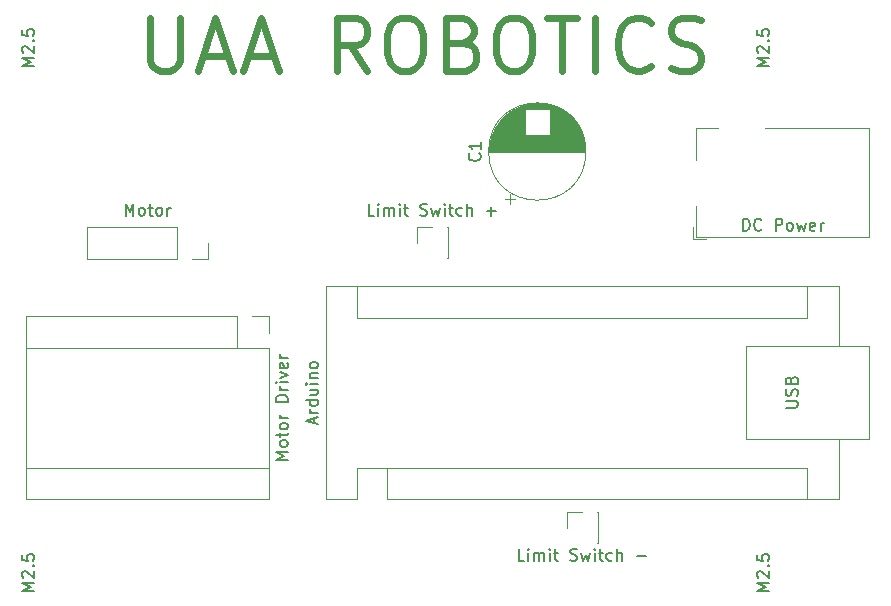
<source format=gbr>
%TF.GenerationSoftware,KiCad,Pcbnew,7.0.10*%
%TF.CreationDate,2024-02-06T11:08:26-09:00*%
%TF.ProjectId,CustomPCB,43757374-6f6d-4504-9342-2e6b69636164,rev?*%
%TF.SameCoordinates,Original*%
%TF.FileFunction,Legend,Top*%
%TF.FilePolarity,Positive*%
%FSLAX46Y46*%
G04 Gerber Fmt 4.6, Leading zero omitted, Abs format (unit mm)*
G04 Created by KiCad (PCBNEW 7.0.10) date 2024-02-06 11:08:26*
%MOMM*%
%LPD*%
G01*
G04 APERTURE LIST*
%ADD10C,0.600000*%
%ADD11C,0.150000*%
%ADD12C,0.120000*%
G04 APERTURE END LIST*
D10*
X118306164Y-71328085D02*
X118306164Y-74970942D01*
X118306164Y-74970942D02*
X118520450Y-75399514D01*
X118520450Y-75399514D02*
X118734736Y-75613800D01*
X118734736Y-75613800D02*
X119163307Y-75828085D01*
X119163307Y-75828085D02*
X120020450Y-75828085D01*
X120020450Y-75828085D02*
X120449021Y-75613800D01*
X120449021Y-75613800D02*
X120663307Y-75399514D01*
X120663307Y-75399514D02*
X120877593Y-74970942D01*
X120877593Y-74970942D02*
X120877593Y-71328085D01*
X122806164Y-74542371D02*
X124949022Y-74542371D01*
X122377593Y-75828085D02*
X123877593Y-71328085D01*
X123877593Y-71328085D02*
X125377593Y-75828085D01*
X126663307Y-74542371D02*
X128806165Y-74542371D01*
X126234736Y-75828085D02*
X127734736Y-71328085D01*
X127734736Y-71328085D02*
X129234736Y-75828085D01*
X136734736Y-75828085D02*
X135234736Y-73685228D01*
X134163307Y-75828085D02*
X134163307Y-71328085D01*
X134163307Y-71328085D02*
X135877593Y-71328085D01*
X135877593Y-71328085D02*
X136306164Y-71542371D01*
X136306164Y-71542371D02*
X136520450Y-71756657D01*
X136520450Y-71756657D02*
X136734736Y-72185228D01*
X136734736Y-72185228D02*
X136734736Y-72828085D01*
X136734736Y-72828085D02*
X136520450Y-73256657D01*
X136520450Y-73256657D02*
X136306164Y-73470942D01*
X136306164Y-73470942D02*
X135877593Y-73685228D01*
X135877593Y-73685228D02*
X134163307Y-73685228D01*
X139520450Y-71328085D02*
X140377593Y-71328085D01*
X140377593Y-71328085D02*
X140806164Y-71542371D01*
X140806164Y-71542371D02*
X141234736Y-71970942D01*
X141234736Y-71970942D02*
X141449021Y-72828085D01*
X141449021Y-72828085D02*
X141449021Y-74328085D01*
X141449021Y-74328085D02*
X141234736Y-75185228D01*
X141234736Y-75185228D02*
X140806164Y-75613800D01*
X140806164Y-75613800D02*
X140377593Y-75828085D01*
X140377593Y-75828085D02*
X139520450Y-75828085D01*
X139520450Y-75828085D02*
X139091879Y-75613800D01*
X139091879Y-75613800D02*
X138663307Y-75185228D01*
X138663307Y-75185228D02*
X138449021Y-74328085D01*
X138449021Y-74328085D02*
X138449021Y-72828085D01*
X138449021Y-72828085D02*
X138663307Y-71970942D01*
X138663307Y-71970942D02*
X139091879Y-71542371D01*
X139091879Y-71542371D02*
X139520450Y-71328085D01*
X144877593Y-73470942D02*
X145520450Y-73685228D01*
X145520450Y-73685228D02*
X145734736Y-73899514D01*
X145734736Y-73899514D02*
X145949022Y-74328085D01*
X145949022Y-74328085D02*
X145949022Y-74970942D01*
X145949022Y-74970942D02*
X145734736Y-75399514D01*
X145734736Y-75399514D02*
X145520450Y-75613800D01*
X145520450Y-75613800D02*
X145091879Y-75828085D01*
X145091879Y-75828085D02*
X143377593Y-75828085D01*
X143377593Y-75828085D02*
X143377593Y-71328085D01*
X143377593Y-71328085D02*
X144877593Y-71328085D01*
X144877593Y-71328085D02*
X145306165Y-71542371D01*
X145306165Y-71542371D02*
X145520450Y-71756657D01*
X145520450Y-71756657D02*
X145734736Y-72185228D01*
X145734736Y-72185228D02*
X145734736Y-72613800D01*
X145734736Y-72613800D02*
X145520450Y-73042371D01*
X145520450Y-73042371D02*
X145306165Y-73256657D01*
X145306165Y-73256657D02*
X144877593Y-73470942D01*
X144877593Y-73470942D02*
X143377593Y-73470942D01*
X148734736Y-71328085D02*
X149591879Y-71328085D01*
X149591879Y-71328085D02*
X150020450Y-71542371D01*
X150020450Y-71542371D02*
X150449022Y-71970942D01*
X150449022Y-71970942D02*
X150663307Y-72828085D01*
X150663307Y-72828085D02*
X150663307Y-74328085D01*
X150663307Y-74328085D02*
X150449022Y-75185228D01*
X150449022Y-75185228D02*
X150020450Y-75613800D01*
X150020450Y-75613800D02*
X149591879Y-75828085D01*
X149591879Y-75828085D02*
X148734736Y-75828085D01*
X148734736Y-75828085D02*
X148306165Y-75613800D01*
X148306165Y-75613800D02*
X147877593Y-75185228D01*
X147877593Y-75185228D02*
X147663307Y-74328085D01*
X147663307Y-74328085D02*
X147663307Y-72828085D01*
X147663307Y-72828085D02*
X147877593Y-71970942D01*
X147877593Y-71970942D02*
X148306165Y-71542371D01*
X148306165Y-71542371D02*
X148734736Y-71328085D01*
X151949022Y-71328085D02*
X154520451Y-71328085D01*
X153234736Y-75828085D02*
X153234736Y-71328085D01*
X156020450Y-75828085D02*
X156020450Y-71328085D01*
X160734736Y-75399514D02*
X160520450Y-75613800D01*
X160520450Y-75613800D02*
X159877593Y-75828085D01*
X159877593Y-75828085D02*
X159449021Y-75828085D01*
X159449021Y-75828085D02*
X158806164Y-75613800D01*
X158806164Y-75613800D02*
X158377593Y-75185228D01*
X158377593Y-75185228D02*
X158163307Y-74756657D01*
X158163307Y-74756657D02*
X157949021Y-73899514D01*
X157949021Y-73899514D02*
X157949021Y-73256657D01*
X157949021Y-73256657D02*
X158163307Y-72399514D01*
X158163307Y-72399514D02*
X158377593Y-71970942D01*
X158377593Y-71970942D02*
X158806164Y-71542371D01*
X158806164Y-71542371D02*
X159449021Y-71328085D01*
X159449021Y-71328085D02*
X159877593Y-71328085D01*
X159877593Y-71328085D02*
X160520450Y-71542371D01*
X160520450Y-71542371D02*
X160734736Y-71756657D01*
X162449021Y-75613800D02*
X163091879Y-75828085D01*
X163091879Y-75828085D02*
X164163307Y-75828085D01*
X164163307Y-75828085D02*
X164591879Y-75613800D01*
X164591879Y-75613800D02*
X164806164Y-75399514D01*
X164806164Y-75399514D02*
X165020450Y-74970942D01*
X165020450Y-74970942D02*
X165020450Y-74542371D01*
X165020450Y-74542371D02*
X164806164Y-74113800D01*
X164806164Y-74113800D02*
X164591879Y-73899514D01*
X164591879Y-73899514D02*
X164163307Y-73685228D01*
X164163307Y-73685228D02*
X163306164Y-73470942D01*
X163306164Y-73470942D02*
X162877593Y-73256657D01*
X162877593Y-73256657D02*
X162663307Y-73042371D01*
X162663307Y-73042371D02*
X162449021Y-72613800D01*
X162449021Y-72613800D02*
X162449021Y-72185228D01*
X162449021Y-72185228D02*
X162663307Y-71756657D01*
X162663307Y-71756657D02*
X162877593Y-71542371D01*
X162877593Y-71542371D02*
X163306164Y-71328085D01*
X163306164Y-71328085D02*
X164377593Y-71328085D01*
X164377593Y-71328085D02*
X165020450Y-71542371D01*
D11*
X168542857Y-89354819D02*
X168542857Y-88354819D01*
X168542857Y-88354819D02*
X168780952Y-88354819D01*
X168780952Y-88354819D02*
X168923809Y-88402438D01*
X168923809Y-88402438D02*
X169019047Y-88497676D01*
X169019047Y-88497676D02*
X169066666Y-88592914D01*
X169066666Y-88592914D02*
X169114285Y-88783390D01*
X169114285Y-88783390D02*
X169114285Y-88926247D01*
X169114285Y-88926247D02*
X169066666Y-89116723D01*
X169066666Y-89116723D02*
X169019047Y-89211961D01*
X169019047Y-89211961D02*
X168923809Y-89307200D01*
X168923809Y-89307200D02*
X168780952Y-89354819D01*
X168780952Y-89354819D02*
X168542857Y-89354819D01*
X170114285Y-89259580D02*
X170066666Y-89307200D01*
X170066666Y-89307200D02*
X169923809Y-89354819D01*
X169923809Y-89354819D02*
X169828571Y-89354819D01*
X169828571Y-89354819D02*
X169685714Y-89307200D01*
X169685714Y-89307200D02*
X169590476Y-89211961D01*
X169590476Y-89211961D02*
X169542857Y-89116723D01*
X169542857Y-89116723D02*
X169495238Y-88926247D01*
X169495238Y-88926247D02*
X169495238Y-88783390D01*
X169495238Y-88783390D02*
X169542857Y-88592914D01*
X169542857Y-88592914D02*
X169590476Y-88497676D01*
X169590476Y-88497676D02*
X169685714Y-88402438D01*
X169685714Y-88402438D02*
X169828571Y-88354819D01*
X169828571Y-88354819D02*
X169923809Y-88354819D01*
X169923809Y-88354819D02*
X170066666Y-88402438D01*
X170066666Y-88402438D02*
X170114285Y-88450057D01*
X171304762Y-89354819D02*
X171304762Y-88354819D01*
X171304762Y-88354819D02*
X171685714Y-88354819D01*
X171685714Y-88354819D02*
X171780952Y-88402438D01*
X171780952Y-88402438D02*
X171828571Y-88450057D01*
X171828571Y-88450057D02*
X171876190Y-88545295D01*
X171876190Y-88545295D02*
X171876190Y-88688152D01*
X171876190Y-88688152D02*
X171828571Y-88783390D01*
X171828571Y-88783390D02*
X171780952Y-88831009D01*
X171780952Y-88831009D02*
X171685714Y-88878628D01*
X171685714Y-88878628D02*
X171304762Y-88878628D01*
X172447619Y-89354819D02*
X172352381Y-89307200D01*
X172352381Y-89307200D02*
X172304762Y-89259580D01*
X172304762Y-89259580D02*
X172257143Y-89164342D01*
X172257143Y-89164342D02*
X172257143Y-88878628D01*
X172257143Y-88878628D02*
X172304762Y-88783390D01*
X172304762Y-88783390D02*
X172352381Y-88735771D01*
X172352381Y-88735771D02*
X172447619Y-88688152D01*
X172447619Y-88688152D02*
X172590476Y-88688152D01*
X172590476Y-88688152D02*
X172685714Y-88735771D01*
X172685714Y-88735771D02*
X172733333Y-88783390D01*
X172733333Y-88783390D02*
X172780952Y-88878628D01*
X172780952Y-88878628D02*
X172780952Y-89164342D01*
X172780952Y-89164342D02*
X172733333Y-89259580D01*
X172733333Y-89259580D02*
X172685714Y-89307200D01*
X172685714Y-89307200D02*
X172590476Y-89354819D01*
X172590476Y-89354819D02*
X172447619Y-89354819D01*
X173114286Y-88688152D02*
X173304762Y-89354819D01*
X173304762Y-89354819D02*
X173495238Y-88878628D01*
X173495238Y-88878628D02*
X173685714Y-89354819D01*
X173685714Y-89354819D02*
X173876190Y-88688152D01*
X174638095Y-89307200D02*
X174542857Y-89354819D01*
X174542857Y-89354819D02*
X174352381Y-89354819D01*
X174352381Y-89354819D02*
X174257143Y-89307200D01*
X174257143Y-89307200D02*
X174209524Y-89211961D01*
X174209524Y-89211961D02*
X174209524Y-88831009D01*
X174209524Y-88831009D02*
X174257143Y-88735771D01*
X174257143Y-88735771D02*
X174352381Y-88688152D01*
X174352381Y-88688152D02*
X174542857Y-88688152D01*
X174542857Y-88688152D02*
X174638095Y-88735771D01*
X174638095Y-88735771D02*
X174685714Y-88831009D01*
X174685714Y-88831009D02*
X174685714Y-88926247D01*
X174685714Y-88926247D02*
X174209524Y-89021485D01*
X175114286Y-89354819D02*
X175114286Y-88688152D01*
X175114286Y-88878628D02*
X175161905Y-88783390D01*
X175161905Y-88783390D02*
X175209524Y-88735771D01*
X175209524Y-88735771D02*
X175304762Y-88688152D01*
X175304762Y-88688152D02*
X175400000Y-88688152D01*
X170744819Y-75393808D02*
X169744819Y-75393808D01*
X169744819Y-75393808D02*
X170459104Y-75060475D01*
X170459104Y-75060475D02*
X169744819Y-74727142D01*
X169744819Y-74727142D02*
X170744819Y-74727142D01*
X169840057Y-74298570D02*
X169792438Y-74250951D01*
X169792438Y-74250951D02*
X169744819Y-74155713D01*
X169744819Y-74155713D02*
X169744819Y-73917618D01*
X169744819Y-73917618D02*
X169792438Y-73822380D01*
X169792438Y-73822380D02*
X169840057Y-73774761D01*
X169840057Y-73774761D02*
X169935295Y-73727142D01*
X169935295Y-73727142D02*
X170030533Y-73727142D01*
X170030533Y-73727142D02*
X170173390Y-73774761D01*
X170173390Y-73774761D02*
X170744819Y-74346189D01*
X170744819Y-74346189D02*
X170744819Y-73727142D01*
X170649580Y-73298570D02*
X170697200Y-73250951D01*
X170697200Y-73250951D02*
X170744819Y-73298570D01*
X170744819Y-73298570D02*
X170697200Y-73346189D01*
X170697200Y-73346189D02*
X170649580Y-73298570D01*
X170649580Y-73298570D02*
X170744819Y-73298570D01*
X169744819Y-72346190D02*
X169744819Y-72822380D01*
X169744819Y-72822380D02*
X170221009Y-72869999D01*
X170221009Y-72869999D02*
X170173390Y-72822380D01*
X170173390Y-72822380D02*
X170125771Y-72727142D01*
X170125771Y-72727142D02*
X170125771Y-72489047D01*
X170125771Y-72489047D02*
X170173390Y-72393809D01*
X170173390Y-72393809D02*
X170221009Y-72346190D01*
X170221009Y-72346190D02*
X170316247Y-72298571D01*
X170316247Y-72298571D02*
X170554342Y-72298571D01*
X170554342Y-72298571D02*
X170649580Y-72346190D01*
X170649580Y-72346190D02*
X170697200Y-72393809D01*
X170697200Y-72393809D02*
X170744819Y-72489047D01*
X170744819Y-72489047D02*
X170744819Y-72727142D01*
X170744819Y-72727142D02*
X170697200Y-72822380D01*
X170697200Y-72822380D02*
X170649580Y-72869999D01*
X108514819Y-119843808D02*
X107514819Y-119843808D01*
X107514819Y-119843808D02*
X108229104Y-119510475D01*
X108229104Y-119510475D02*
X107514819Y-119177142D01*
X107514819Y-119177142D02*
X108514819Y-119177142D01*
X107610057Y-118748570D02*
X107562438Y-118700951D01*
X107562438Y-118700951D02*
X107514819Y-118605713D01*
X107514819Y-118605713D02*
X107514819Y-118367618D01*
X107514819Y-118367618D02*
X107562438Y-118272380D01*
X107562438Y-118272380D02*
X107610057Y-118224761D01*
X107610057Y-118224761D02*
X107705295Y-118177142D01*
X107705295Y-118177142D02*
X107800533Y-118177142D01*
X107800533Y-118177142D02*
X107943390Y-118224761D01*
X107943390Y-118224761D02*
X108514819Y-118796189D01*
X108514819Y-118796189D02*
X108514819Y-118177142D01*
X108419580Y-117748570D02*
X108467200Y-117700951D01*
X108467200Y-117700951D02*
X108514819Y-117748570D01*
X108514819Y-117748570D02*
X108467200Y-117796189D01*
X108467200Y-117796189D02*
X108419580Y-117748570D01*
X108419580Y-117748570D02*
X108514819Y-117748570D01*
X107514819Y-116796190D02*
X107514819Y-117272380D01*
X107514819Y-117272380D02*
X107991009Y-117319999D01*
X107991009Y-117319999D02*
X107943390Y-117272380D01*
X107943390Y-117272380D02*
X107895771Y-117177142D01*
X107895771Y-117177142D02*
X107895771Y-116939047D01*
X107895771Y-116939047D02*
X107943390Y-116843809D01*
X107943390Y-116843809D02*
X107991009Y-116796190D01*
X107991009Y-116796190D02*
X108086247Y-116748571D01*
X108086247Y-116748571D02*
X108324342Y-116748571D01*
X108324342Y-116748571D02*
X108419580Y-116796190D01*
X108419580Y-116796190D02*
X108467200Y-116843809D01*
X108467200Y-116843809D02*
X108514819Y-116939047D01*
X108514819Y-116939047D02*
X108514819Y-117177142D01*
X108514819Y-117177142D02*
X108467200Y-117272380D01*
X108467200Y-117272380D02*
X108419580Y-117319999D01*
X170744819Y-119843808D02*
X169744819Y-119843808D01*
X169744819Y-119843808D02*
X170459104Y-119510475D01*
X170459104Y-119510475D02*
X169744819Y-119177142D01*
X169744819Y-119177142D02*
X170744819Y-119177142D01*
X169840057Y-118748570D02*
X169792438Y-118700951D01*
X169792438Y-118700951D02*
X169744819Y-118605713D01*
X169744819Y-118605713D02*
X169744819Y-118367618D01*
X169744819Y-118367618D02*
X169792438Y-118272380D01*
X169792438Y-118272380D02*
X169840057Y-118224761D01*
X169840057Y-118224761D02*
X169935295Y-118177142D01*
X169935295Y-118177142D02*
X170030533Y-118177142D01*
X170030533Y-118177142D02*
X170173390Y-118224761D01*
X170173390Y-118224761D02*
X170744819Y-118796189D01*
X170744819Y-118796189D02*
X170744819Y-118177142D01*
X170649580Y-117748570D02*
X170697200Y-117700951D01*
X170697200Y-117700951D02*
X170744819Y-117748570D01*
X170744819Y-117748570D02*
X170697200Y-117796189D01*
X170697200Y-117796189D02*
X170649580Y-117748570D01*
X170649580Y-117748570D02*
X170744819Y-117748570D01*
X169744819Y-116796190D02*
X169744819Y-117272380D01*
X169744819Y-117272380D02*
X170221009Y-117319999D01*
X170221009Y-117319999D02*
X170173390Y-117272380D01*
X170173390Y-117272380D02*
X170125771Y-117177142D01*
X170125771Y-117177142D02*
X170125771Y-116939047D01*
X170125771Y-116939047D02*
X170173390Y-116843809D01*
X170173390Y-116843809D02*
X170221009Y-116796190D01*
X170221009Y-116796190D02*
X170316247Y-116748571D01*
X170316247Y-116748571D02*
X170554342Y-116748571D01*
X170554342Y-116748571D02*
X170649580Y-116796190D01*
X170649580Y-116796190D02*
X170697200Y-116843809D01*
X170697200Y-116843809D02*
X170744819Y-116939047D01*
X170744819Y-116939047D02*
X170744819Y-117177142D01*
X170744819Y-117177142D02*
X170697200Y-117272380D01*
X170697200Y-117272380D02*
X170649580Y-117319999D01*
X132249104Y-105675237D02*
X132249104Y-105199047D01*
X132534819Y-105770475D02*
X131534819Y-105437142D01*
X131534819Y-105437142D02*
X132534819Y-105103809D01*
X132534819Y-104770475D02*
X131868152Y-104770475D01*
X132058628Y-104770475D02*
X131963390Y-104722856D01*
X131963390Y-104722856D02*
X131915771Y-104675237D01*
X131915771Y-104675237D02*
X131868152Y-104579999D01*
X131868152Y-104579999D02*
X131868152Y-104484761D01*
X132534819Y-103722856D02*
X131534819Y-103722856D01*
X132487200Y-103722856D02*
X132534819Y-103818094D01*
X132534819Y-103818094D02*
X132534819Y-104008570D01*
X132534819Y-104008570D02*
X132487200Y-104103808D01*
X132487200Y-104103808D02*
X132439580Y-104151427D01*
X132439580Y-104151427D02*
X132344342Y-104199046D01*
X132344342Y-104199046D02*
X132058628Y-104199046D01*
X132058628Y-104199046D02*
X131963390Y-104151427D01*
X131963390Y-104151427D02*
X131915771Y-104103808D01*
X131915771Y-104103808D02*
X131868152Y-104008570D01*
X131868152Y-104008570D02*
X131868152Y-103818094D01*
X131868152Y-103818094D02*
X131915771Y-103722856D01*
X131868152Y-102818094D02*
X132534819Y-102818094D01*
X131868152Y-103246665D02*
X132391961Y-103246665D01*
X132391961Y-103246665D02*
X132487200Y-103199046D01*
X132487200Y-103199046D02*
X132534819Y-103103808D01*
X132534819Y-103103808D02*
X132534819Y-102960951D01*
X132534819Y-102960951D02*
X132487200Y-102865713D01*
X132487200Y-102865713D02*
X132439580Y-102818094D01*
X132534819Y-102341903D02*
X131868152Y-102341903D01*
X131534819Y-102341903D02*
X131582438Y-102389522D01*
X131582438Y-102389522D02*
X131630057Y-102341903D01*
X131630057Y-102341903D02*
X131582438Y-102294284D01*
X131582438Y-102294284D02*
X131534819Y-102341903D01*
X131534819Y-102341903D02*
X131630057Y-102341903D01*
X131868152Y-101865713D02*
X132534819Y-101865713D01*
X131963390Y-101865713D02*
X131915771Y-101818094D01*
X131915771Y-101818094D02*
X131868152Y-101722856D01*
X131868152Y-101722856D02*
X131868152Y-101579999D01*
X131868152Y-101579999D02*
X131915771Y-101484761D01*
X131915771Y-101484761D02*
X132011009Y-101437142D01*
X132011009Y-101437142D02*
X132534819Y-101437142D01*
X132534819Y-100818094D02*
X132487200Y-100913332D01*
X132487200Y-100913332D02*
X132439580Y-100960951D01*
X132439580Y-100960951D02*
X132344342Y-101008570D01*
X132344342Y-101008570D02*
X132058628Y-101008570D01*
X132058628Y-101008570D02*
X131963390Y-100960951D01*
X131963390Y-100960951D02*
X131915771Y-100913332D01*
X131915771Y-100913332D02*
X131868152Y-100818094D01*
X131868152Y-100818094D02*
X131868152Y-100675237D01*
X131868152Y-100675237D02*
X131915771Y-100579999D01*
X131915771Y-100579999D02*
X131963390Y-100532380D01*
X131963390Y-100532380D02*
X132058628Y-100484761D01*
X132058628Y-100484761D02*
X132344342Y-100484761D01*
X132344342Y-100484761D02*
X132439580Y-100532380D01*
X132439580Y-100532380D02*
X132487200Y-100579999D01*
X132487200Y-100579999D02*
X132534819Y-100675237D01*
X132534819Y-100675237D02*
X132534819Y-100818094D01*
X172174819Y-104341904D02*
X172984342Y-104341904D01*
X172984342Y-104341904D02*
X173079580Y-104294285D01*
X173079580Y-104294285D02*
X173127200Y-104246666D01*
X173127200Y-104246666D02*
X173174819Y-104151428D01*
X173174819Y-104151428D02*
X173174819Y-103960952D01*
X173174819Y-103960952D02*
X173127200Y-103865714D01*
X173127200Y-103865714D02*
X173079580Y-103818095D01*
X173079580Y-103818095D02*
X172984342Y-103770476D01*
X172984342Y-103770476D02*
X172174819Y-103770476D01*
X173127200Y-103341904D02*
X173174819Y-103199047D01*
X173174819Y-103199047D02*
X173174819Y-102960952D01*
X173174819Y-102960952D02*
X173127200Y-102865714D01*
X173127200Y-102865714D02*
X173079580Y-102818095D01*
X173079580Y-102818095D02*
X172984342Y-102770476D01*
X172984342Y-102770476D02*
X172889104Y-102770476D01*
X172889104Y-102770476D02*
X172793866Y-102818095D01*
X172793866Y-102818095D02*
X172746247Y-102865714D01*
X172746247Y-102865714D02*
X172698628Y-102960952D01*
X172698628Y-102960952D02*
X172651009Y-103151428D01*
X172651009Y-103151428D02*
X172603390Y-103246666D01*
X172603390Y-103246666D02*
X172555771Y-103294285D01*
X172555771Y-103294285D02*
X172460533Y-103341904D01*
X172460533Y-103341904D02*
X172365295Y-103341904D01*
X172365295Y-103341904D02*
X172270057Y-103294285D01*
X172270057Y-103294285D02*
X172222438Y-103246666D01*
X172222438Y-103246666D02*
X172174819Y-103151428D01*
X172174819Y-103151428D02*
X172174819Y-102913333D01*
X172174819Y-102913333D02*
X172222438Y-102770476D01*
X172651009Y-102008571D02*
X172698628Y-101865714D01*
X172698628Y-101865714D02*
X172746247Y-101818095D01*
X172746247Y-101818095D02*
X172841485Y-101770476D01*
X172841485Y-101770476D02*
X172984342Y-101770476D01*
X172984342Y-101770476D02*
X173079580Y-101818095D01*
X173079580Y-101818095D02*
X173127200Y-101865714D01*
X173127200Y-101865714D02*
X173174819Y-101960952D01*
X173174819Y-101960952D02*
X173174819Y-102341904D01*
X173174819Y-102341904D02*
X172174819Y-102341904D01*
X172174819Y-102341904D02*
X172174819Y-102008571D01*
X172174819Y-102008571D02*
X172222438Y-101913333D01*
X172222438Y-101913333D02*
X172270057Y-101865714D01*
X172270057Y-101865714D02*
X172365295Y-101818095D01*
X172365295Y-101818095D02*
X172460533Y-101818095D01*
X172460533Y-101818095D02*
X172555771Y-101865714D01*
X172555771Y-101865714D02*
X172603390Y-101913333D01*
X172603390Y-101913333D02*
X172651009Y-102008571D01*
X172651009Y-102008571D02*
X172651009Y-102341904D01*
X146239580Y-82829317D02*
X146287200Y-82876936D01*
X146287200Y-82876936D02*
X146334819Y-83019793D01*
X146334819Y-83019793D02*
X146334819Y-83115031D01*
X146334819Y-83115031D02*
X146287200Y-83257888D01*
X146287200Y-83257888D02*
X146191961Y-83353126D01*
X146191961Y-83353126D02*
X146096723Y-83400745D01*
X146096723Y-83400745D02*
X145906247Y-83448364D01*
X145906247Y-83448364D02*
X145763390Y-83448364D01*
X145763390Y-83448364D02*
X145572914Y-83400745D01*
X145572914Y-83400745D02*
X145477676Y-83353126D01*
X145477676Y-83353126D02*
X145382438Y-83257888D01*
X145382438Y-83257888D02*
X145334819Y-83115031D01*
X145334819Y-83115031D02*
X145334819Y-83019793D01*
X145334819Y-83019793D02*
X145382438Y-82876936D01*
X145382438Y-82876936D02*
X145430057Y-82829317D01*
X146334819Y-81876936D02*
X146334819Y-82448364D01*
X146334819Y-82162650D02*
X145334819Y-82162650D01*
X145334819Y-82162650D02*
X145477676Y-82257888D01*
X145477676Y-82257888D02*
X145572914Y-82353126D01*
X145572914Y-82353126D02*
X145620533Y-82448364D01*
X129994819Y-108740952D02*
X128994819Y-108740952D01*
X128994819Y-108740952D02*
X129709104Y-108407619D01*
X129709104Y-108407619D02*
X128994819Y-108074286D01*
X128994819Y-108074286D02*
X129994819Y-108074286D01*
X129994819Y-107455238D02*
X129947200Y-107550476D01*
X129947200Y-107550476D02*
X129899580Y-107598095D01*
X129899580Y-107598095D02*
X129804342Y-107645714D01*
X129804342Y-107645714D02*
X129518628Y-107645714D01*
X129518628Y-107645714D02*
X129423390Y-107598095D01*
X129423390Y-107598095D02*
X129375771Y-107550476D01*
X129375771Y-107550476D02*
X129328152Y-107455238D01*
X129328152Y-107455238D02*
X129328152Y-107312381D01*
X129328152Y-107312381D02*
X129375771Y-107217143D01*
X129375771Y-107217143D02*
X129423390Y-107169524D01*
X129423390Y-107169524D02*
X129518628Y-107121905D01*
X129518628Y-107121905D02*
X129804342Y-107121905D01*
X129804342Y-107121905D02*
X129899580Y-107169524D01*
X129899580Y-107169524D02*
X129947200Y-107217143D01*
X129947200Y-107217143D02*
X129994819Y-107312381D01*
X129994819Y-107312381D02*
X129994819Y-107455238D01*
X129328152Y-106836190D02*
X129328152Y-106455238D01*
X128994819Y-106693333D02*
X129851961Y-106693333D01*
X129851961Y-106693333D02*
X129947200Y-106645714D01*
X129947200Y-106645714D02*
X129994819Y-106550476D01*
X129994819Y-106550476D02*
X129994819Y-106455238D01*
X129994819Y-105979047D02*
X129947200Y-106074285D01*
X129947200Y-106074285D02*
X129899580Y-106121904D01*
X129899580Y-106121904D02*
X129804342Y-106169523D01*
X129804342Y-106169523D02*
X129518628Y-106169523D01*
X129518628Y-106169523D02*
X129423390Y-106121904D01*
X129423390Y-106121904D02*
X129375771Y-106074285D01*
X129375771Y-106074285D02*
X129328152Y-105979047D01*
X129328152Y-105979047D02*
X129328152Y-105836190D01*
X129328152Y-105836190D02*
X129375771Y-105740952D01*
X129375771Y-105740952D02*
X129423390Y-105693333D01*
X129423390Y-105693333D02*
X129518628Y-105645714D01*
X129518628Y-105645714D02*
X129804342Y-105645714D01*
X129804342Y-105645714D02*
X129899580Y-105693333D01*
X129899580Y-105693333D02*
X129947200Y-105740952D01*
X129947200Y-105740952D02*
X129994819Y-105836190D01*
X129994819Y-105836190D02*
X129994819Y-105979047D01*
X129994819Y-105217142D02*
X129328152Y-105217142D01*
X129518628Y-105217142D02*
X129423390Y-105169523D01*
X129423390Y-105169523D02*
X129375771Y-105121904D01*
X129375771Y-105121904D02*
X129328152Y-105026666D01*
X129328152Y-105026666D02*
X129328152Y-104931428D01*
X129994819Y-103836189D02*
X128994819Y-103836189D01*
X128994819Y-103836189D02*
X128994819Y-103598094D01*
X128994819Y-103598094D02*
X129042438Y-103455237D01*
X129042438Y-103455237D02*
X129137676Y-103359999D01*
X129137676Y-103359999D02*
X129232914Y-103312380D01*
X129232914Y-103312380D02*
X129423390Y-103264761D01*
X129423390Y-103264761D02*
X129566247Y-103264761D01*
X129566247Y-103264761D02*
X129756723Y-103312380D01*
X129756723Y-103312380D02*
X129851961Y-103359999D01*
X129851961Y-103359999D02*
X129947200Y-103455237D01*
X129947200Y-103455237D02*
X129994819Y-103598094D01*
X129994819Y-103598094D02*
X129994819Y-103836189D01*
X129994819Y-102836189D02*
X129328152Y-102836189D01*
X129518628Y-102836189D02*
X129423390Y-102788570D01*
X129423390Y-102788570D02*
X129375771Y-102740951D01*
X129375771Y-102740951D02*
X129328152Y-102645713D01*
X129328152Y-102645713D02*
X129328152Y-102550475D01*
X129994819Y-102217141D02*
X129328152Y-102217141D01*
X128994819Y-102217141D02*
X129042438Y-102264760D01*
X129042438Y-102264760D02*
X129090057Y-102217141D01*
X129090057Y-102217141D02*
X129042438Y-102169522D01*
X129042438Y-102169522D02*
X128994819Y-102217141D01*
X128994819Y-102217141D02*
X129090057Y-102217141D01*
X129328152Y-101836189D02*
X129994819Y-101598094D01*
X129994819Y-101598094D02*
X129328152Y-101359999D01*
X129947200Y-100598094D02*
X129994819Y-100693332D01*
X129994819Y-100693332D02*
X129994819Y-100883808D01*
X129994819Y-100883808D02*
X129947200Y-100979046D01*
X129947200Y-100979046D02*
X129851961Y-101026665D01*
X129851961Y-101026665D02*
X129471009Y-101026665D01*
X129471009Y-101026665D02*
X129375771Y-100979046D01*
X129375771Y-100979046D02*
X129328152Y-100883808D01*
X129328152Y-100883808D02*
X129328152Y-100693332D01*
X129328152Y-100693332D02*
X129375771Y-100598094D01*
X129375771Y-100598094D02*
X129471009Y-100550475D01*
X129471009Y-100550475D02*
X129566247Y-100550475D01*
X129566247Y-100550475D02*
X129661485Y-101026665D01*
X129994819Y-100121903D02*
X129328152Y-100121903D01*
X129518628Y-100121903D02*
X129423390Y-100074284D01*
X129423390Y-100074284D02*
X129375771Y-100026665D01*
X129375771Y-100026665D02*
X129328152Y-99931427D01*
X129328152Y-99931427D02*
X129328152Y-99836189D01*
X150035238Y-117294819D02*
X149559048Y-117294819D01*
X149559048Y-117294819D02*
X149559048Y-116294819D01*
X150368572Y-117294819D02*
X150368572Y-116628152D01*
X150368572Y-116294819D02*
X150320953Y-116342438D01*
X150320953Y-116342438D02*
X150368572Y-116390057D01*
X150368572Y-116390057D02*
X150416191Y-116342438D01*
X150416191Y-116342438D02*
X150368572Y-116294819D01*
X150368572Y-116294819D02*
X150368572Y-116390057D01*
X150844762Y-117294819D02*
X150844762Y-116628152D01*
X150844762Y-116723390D02*
X150892381Y-116675771D01*
X150892381Y-116675771D02*
X150987619Y-116628152D01*
X150987619Y-116628152D02*
X151130476Y-116628152D01*
X151130476Y-116628152D02*
X151225714Y-116675771D01*
X151225714Y-116675771D02*
X151273333Y-116771009D01*
X151273333Y-116771009D02*
X151273333Y-117294819D01*
X151273333Y-116771009D02*
X151320952Y-116675771D01*
X151320952Y-116675771D02*
X151416190Y-116628152D01*
X151416190Y-116628152D02*
X151559047Y-116628152D01*
X151559047Y-116628152D02*
X151654286Y-116675771D01*
X151654286Y-116675771D02*
X151701905Y-116771009D01*
X151701905Y-116771009D02*
X151701905Y-117294819D01*
X152178095Y-117294819D02*
X152178095Y-116628152D01*
X152178095Y-116294819D02*
X152130476Y-116342438D01*
X152130476Y-116342438D02*
X152178095Y-116390057D01*
X152178095Y-116390057D02*
X152225714Y-116342438D01*
X152225714Y-116342438D02*
X152178095Y-116294819D01*
X152178095Y-116294819D02*
X152178095Y-116390057D01*
X152511428Y-116628152D02*
X152892380Y-116628152D01*
X152654285Y-116294819D02*
X152654285Y-117151961D01*
X152654285Y-117151961D02*
X152701904Y-117247200D01*
X152701904Y-117247200D02*
X152797142Y-117294819D01*
X152797142Y-117294819D02*
X152892380Y-117294819D01*
X153940000Y-117247200D02*
X154082857Y-117294819D01*
X154082857Y-117294819D02*
X154320952Y-117294819D01*
X154320952Y-117294819D02*
X154416190Y-117247200D01*
X154416190Y-117247200D02*
X154463809Y-117199580D01*
X154463809Y-117199580D02*
X154511428Y-117104342D01*
X154511428Y-117104342D02*
X154511428Y-117009104D01*
X154511428Y-117009104D02*
X154463809Y-116913866D01*
X154463809Y-116913866D02*
X154416190Y-116866247D01*
X154416190Y-116866247D02*
X154320952Y-116818628D01*
X154320952Y-116818628D02*
X154130476Y-116771009D01*
X154130476Y-116771009D02*
X154035238Y-116723390D01*
X154035238Y-116723390D02*
X153987619Y-116675771D01*
X153987619Y-116675771D02*
X153940000Y-116580533D01*
X153940000Y-116580533D02*
X153940000Y-116485295D01*
X153940000Y-116485295D02*
X153987619Y-116390057D01*
X153987619Y-116390057D02*
X154035238Y-116342438D01*
X154035238Y-116342438D02*
X154130476Y-116294819D01*
X154130476Y-116294819D02*
X154368571Y-116294819D01*
X154368571Y-116294819D02*
X154511428Y-116342438D01*
X154844762Y-116628152D02*
X155035238Y-117294819D01*
X155035238Y-117294819D02*
X155225714Y-116818628D01*
X155225714Y-116818628D02*
X155416190Y-117294819D01*
X155416190Y-117294819D02*
X155606666Y-116628152D01*
X155987619Y-117294819D02*
X155987619Y-116628152D01*
X155987619Y-116294819D02*
X155940000Y-116342438D01*
X155940000Y-116342438D02*
X155987619Y-116390057D01*
X155987619Y-116390057D02*
X156035238Y-116342438D01*
X156035238Y-116342438D02*
X155987619Y-116294819D01*
X155987619Y-116294819D02*
X155987619Y-116390057D01*
X156320952Y-116628152D02*
X156701904Y-116628152D01*
X156463809Y-116294819D02*
X156463809Y-117151961D01*
X156463809Y-117151961D02*
X156511428Y-117247200D01*
X156511428Y-117247200D02*
X156606666Y-117294819D01*
X156606666Y-117294819D02*
X156701904Y-117294819D01*
X157463809Y-117247200D02*
X157368571Y-117294819D01*
X157368571Y-117294819D02*
X157178095Y-117294819D01*
X157178095Y-117294819D02*
X157082857Y-117247200D01*
X157082857Y-117247200D02*
X157035238Y-117199580D01*
X157035238Y-117199580D02*
X156987619Y-117104342D01*
X156987619Y-117104342D02*
X156987619Y-116818628D01*
X156987619Y-116818628D02*
X157035238Y-116723390D01*
X157035238Y-116723390D02*
X157082857Y-116675771D01*
X157082857Y-116675771D02*
X157178095Y-116628152D01*
X157178095Y-116628152D02*
X157368571Y-116628152D01*
X157368571Y-116628152D02*
X157463809Y-116675771D01*
X157892381Y-117294819D02*
X157892381Y-116294819D01*
X158320952Y-117294819D02*
X158320952Y-116771009D01*
X158320952Y-116771009D02*
X158273333Y-116675771D01*
X158273333Y-116675771D02*
X158178095Y-116628152D01*
X158178095Y-116628152D02*
X158035238Y-116628152D01*
X158035238Y-116628152D02*
X157940000Y-116675771D01*
X157940000Y-116675771D02*
X157892381Y-116723390D01*
X159559048Y-116913866D02*
X160320953Y-116913866D01*
X137335238Y-88084819D02*
X136859048Y-88084819D01*
X136859048Y-88084819D02*
X136859048Y-87084819D01*
X137668572Y-88084819D02*
X137668572Y-87418152D01*
X137668572Y-87084819D02*
X137620953Y-87132438D01*
X137620953Y-87132438D02*
X137668572Y-87180057D01*
X137668572Y-87180057D02*
X137716191Y-87132438D01*
X137716191Y-87132438D02*
X137668572Y-87084819D01*
X137668572Y-87084819D02*
X137668572Y-87180057D01*
X138144762Y-88084819D02*
X138144762Y-87418152D01*
X138144762Y-87513390D02*
X138192381Y-87465771D01*
X138192381Y-87465771D02*
X138287619Y-87418152D01*
X138287619Y-87418152D02*
X138430476Y-87418152D01*
X138430476Y-87418152D02*
X138525714Y-87465771D01*
X138525714Y-87465771D02*
X138573333Y-87561009D01*
X138573333Y-87561009D02*
X138573333Y-88084819D01*
X138573333Y-87561009D02*
X138620952Y-87465771D01*
X138620952Y-87465771D02*
X138716190Y-87418152D01*
X138716190Y-87418152D02*
X138859047Y-87418152D01*
X138859047Y-87418152D02*
X138954286Y-87465771D01*
X138954286Y-87465771D02*
X139001905Y-87561009D01*
X139001905Y-87561009D02*
X139001905Y-88084819D01*
X139478095Y-88084819D02*
X139478095Y-87418152D01*
X139478095Y-87084819D02*
X139430476Y-87132438D01*
X139430476Y-87132438D02*
X139478095Y-87180057D01*
X139478095Y-87180057D02*
X139525714Y-87132438D01*
X139525714Y-87132438D02*
X139478095Y-87084819D01*
X139478095Y-87084819D02*
X139478095Y-87180057D01*
X139811428Y-87418152D02*
X140192380Y-87418152D01*
X139954285Y-87084819D02*
X139954285Y-87941961D01*
X139954285Y-87941961D02*
X140001904Y-88037200D01*
X140001904Y-88037200D02*
X140097142Y-88084819D01*
X140097142Y-88084819D02*
X140192380Y-88084819D01*
X141240000Y-88037200D02*
X141382857Y-88084819D01*
X141382857Y-88084819D02*
X141620952Y-88084819D01*
X141620952Y-88084819D02*
X141716190Y-88037200D01*
X141716190Y-88037200D02*
X141763809Y-87989580D01*
X141763809Y-87989580D02*
X141811428Y-87894342D01*
X141811428Y-87894342D02*
X141811428Y-87799104D01*
X141811428Y-87799104D02*
X141763809Y-87703866D01*
X141763809Y-87703866D02*
X141716190Y-87656247D01*
X141716190Y-87656247D02*
X141620952Y-87608628D01*
X141620952Y-87608628D02*
X141430476Y-87561009D01*
X141430476Y-87561009D02*
X141335238Y-87513390D01*
X141335238Y-87513390D02*
X141287619Y-87465771D01*
X141287619Y-87465771D02*
X141240000Y-87370533D01*
X141240000Y-87370533D02*
X141240000Y-87275295D01*
X141240000Y-87275295D02*
X141287619Y-87180057D01*
X141287619Y-87180057D02*
X141335238Y-87132438D01*
X141335238Y-87132438D02*
X141430476Y-87084819D01*
X141430476Y-87084819D02*
X141668571Y-87084819D01*
X141668571Y-87084819D02*
X141811428Y-87132438D01*
X142144762Y-87418152D02*
X142335238Y-88084819D01*
X142335238Y-88084819D02*
X142525714Y-87608628D01*
X142525714Y-87608628D02*
X142716190Y-88084819D01*
X142716190Y-88084819D02*
X142906666Y-87418152D01*
X143287619Y-88084819D02*
X143287619Y-87418152D01*
X143287619Y-87084819D02*
X143240000Y-87132438D01*
X143240000Y-87132438D02*
X143287619Y-87180057D01*
X143287619Y-87180057D02*
X143335238Y-87132438D01*
X143335238Y-87132438D02*
X143287619Y-87084819D01*
X143287619Y-87084819D02*
X143287619Y-87180057D01*
X143620952Y-87418152D02*
X144001904Y-87418152D01*
X143763809Y-87084819D02*
X143763809Y-87941961D01*
X143763809Y-87941961D02*
X143811428Y-88037200D01*
X143811428Y-88037200D02*
X143906666Y-88084819D01*
X143906666Y-88084819D02*
X144001904Y-88084819D01*
X144763809Y-88037200D02*
X144668571Y-88084819D01*
X144668571Y-88084819D02*
X144478095Y-88084819D01*
X144478095Y-88084819D02*
X144382857Y-88037200D01*
X144382857Y-88037200D02*
X144335238Y-87989580D01*
X144335238Y-87989580D02*
X144287619Y-87894342D01*
X144287619Y-87894342D02*
X144287619Y-87608628D01*
X144287619Y-87608628D02*
X144335238Y-87513390D01*
X144335238Y-87513390D02*
X144382857Y-87465771D01*
X144382857Y-87465771D02*
X144478095Y-87418152D01*
X144478095Y-87418152D02*
X144668571Y-87418152D01*
X144668571Y-87418152D02*
X144763809Y-87465771D01*
X145192381Y-88084819D02*
X145192381Y-87084819D01*
X145620952Y-88084819D02*
X145620952Y-87561009D01*
X145620952Y-87561009D02*
X145573333Y-87465771D01*
X145573333Y-87465771D02*
X145478095Y-87418152D01*
X145478095Y-87418152D02*
X145335238Y-87418152D01*
X145335238Y-87418152D02*
X145240000Y-87465771D01*
X145240000Y-87465771D02*
X145192381Y-87513390D01*
X146859048Y-87703866D02*
X147620953Y-87703866D01*
X147240000Y-88084819D02*
X147240000Y-87322914D01*
X108514819Y-75393808D02*
X107514819Y-75393808D01*
X107514819Y-75393808D02*
X108229104Y-75060475D01*
X108229104Y-75060475D02*
X107514819Y-74727142D01*
X107514819Y-74727142D02*
X108514819Y-74727142D01*
X107610057Y-74298570D02*
X107562438Y-74250951D01*
X107562438Y-74250951D02*
X107514819Y-74155713D01*
X107514819Y-74155713D02*
X107514819Y-73917618D01*
X107514819Y-73917618D02*
X107562438Y-73822380D01*
X107562438Y-73822380D02*
X107610057Y-73774761D01*
X107610057Y-73774761D02*
X107705295Y-73727142D01*
X107705295Y-73727142D02*
X107800533Y-73727142D01*
X107800533Y-73727142D02*
X107943390Y-73774761D01*
X107943390Y-73774761D02*
X108514819Y-74346189D01*
X108514819Y-74346189D02*
X108514819Y-73727142D01*
X108419580Y-73298570D02*
X108467200Y-73250951D01*
X108467200Y-73250951D02*
X108514819Y-73298570D01*
X108514819Y-73298570D02*
X108467200Y-73346189D01*
X108467200Y-73346189D02*
X108419580Y-73298570D01*
X108419580Y-73298570D02*
X108514819Y-73298570D01*
X107514819Y-72346190D02*
X107514819Y-72822380D01*
X107514819Y-72822380D02*
X107991009Y-72869999D01*
X107991009Y-72869999D02*
X107943390Y-72822380D01*
X107943390Y-72822380D02*
X107895771Y-72727142D01*
X107895771Y-72727142D02*
X107895771Y-72489047D01*
X107895771Y-72489047D02*
X107943390Y-72393809D01*
X107943390Y-72393809D02*
X107991009Y-72346190D01*
X107991009Y-72346190D02*
X108086247Y-72298571D01*
X108086247Y-72298571D02*
X108324342Y-72298571D01*
X108324342Y-72298571D02*
X108419580Y-72346190D01*
X108419580Y-72346190D02*
X108467200Y-72393809D01*
X108467200Y-72393809D02*
X108514819Y-72489047D01*
X108514819Y-72489047D02*
X108514819Y-72727142D01*
X108514819Y-72727142D02*
X108467200Y-72822380D01*
X108467200Y-72822380D02*
X108419580Y-72869999D01*
X116276666Y-88084819D02*
X116276666Y-87084819D01*
X116276666Y-87084819D02*
X116609999Y-87799104D01*
X116609999Y-87799104D02*
X116943332Y-87084819D01*
X116943332Y-87084819D02*
X116943332Y-88084819D01*
X117562380Y-88084819D02*
X117467142Y-88037200D01*
X117467142Y-88037200D02*
X117419523Y-87989580D01*
X117419523Y-87989580D02*
X117371904Y-87894342D01*
X117371904Y-87894342D02*
X117371904Y-87608628D01*
X117371904Y-87608628D02*
X117419523Y-87513390D01*
X117419523Y-87513390D02*
X117467142Y-87465771D01*
X117467142Y-87465771D02*
X117562380Y-87418152D01*
X117562380Y-87418152D02*
X117705237Y-87418152D01*
X117705237Y-87418152D02*
X117800475Y-87465771D01*
X117800475Y-87465771D02*
X117848094Y-87513390D01*
X117848094Y-87513390D02*
X117895713Y-87608628D01*
X117895713Y-87608628D02*
X117895713Y-87894342D01*
X117895713Y-87894342D02*
X117848094Y-87989580D01*
X117848094Y-87989580D02*
X117800475Y-88037200D01*
X117800475Y-88037200D02*
X117705237Y-88084819D01*
X117705237Y-88084819D02*
X117562380Y-88084819D01*
X118181428Y-87418152D02*
X118562380Y-87418152D01*
X118324285Y-87084819D02*
X118324285Y-87941961D01*
X118324285Y-87941961D02*
X118371904Y-88037200D01*
X118371904Y-88037200D02*
X118467142Y-88084819D01*
X118467142Y-88084819D02*
X118562380Y-88084819D01*
X119038571Y-88084819D02*
X118943333Y-88037200D01*
X118943333Y-88037200D02*
X118895714Y-87989580D01*
X118895714Y-87989580D02*
X118848095Y-87894342D01*
X118848095Y-87894342D02*
X118848095Y-87608628D01*
X118848095Y-87608628D02*
X118895714Y-87513390D01*
X118895714Y-87513390D02*
X118943333Y-87465771D01*
X118943333Y-87465771D02*
X119038571Y-87418152D01*
X119038571Y-87418152D02*
X119181428Y-87418152D01*
X119181428Y-87418152D02*
X119276666Y-87465771D01*
X119276666Y-87465771D02*
X119324285Y-87513390D01*
X119324285Y-87513390D02*
X119371904Y-87608628D01*
X119371904Y-87608628D02*
X119371904Y-87894342D01*
X119371904Y-87894342D02*
X119324285Y-87989580D01*
X119324285Y-87989580D02*
X119276666Y-88037200D01*
X119276666Y-88037200D02*
X119181428Y-88084819D01*
X119181428Y-88084819D02*
X119038571Y-88084819D01*
X119800476Y-88084819D02*
X119800476Y-87418152D01*
X119800476Y-87608628D02*
X119848095Y-87513390D01*
X119848095Y-87513390D02*
X119895714Y-87465771D01*
X119895714Y-87465771D02*
X119990952Y-87418152D01*
X119990952Y-87418152D02*
X120086190Y-87418152D01*
D12*
%TO.C,DC Power*%
X179250000Y-89900000D02*
X164550000Y-89900000D01*
X179250000Y-80700000D02*
X179250000Y-89900000D01*
X164550000Y-80700000D02*
X166450000Y-80700000D01*
X164550000Y-83400000D02*
X164550000Y-80700000D01*
X164550000Y-89900000D02*
X164550000Y-87300000D01*
X170450000Y-80700000D02*
X179250000Y-80700000D01*
X164350000Y-89050000D02*
X164350000Y-90100000D01*
X165400000Y-90100000D02*
X164350000Y-90100000D01*
%TO.C,Arduino*%
X133220000Y-112100000D02*
X135890000Y-112100000D01*
X138430000Y-112100000D02*
X176660000Y-112100000D01*
X176660000Y-112100000D02*
X176660000Y-107020000D01*
X135890000Y-109430000D02*
X135890000Y-112100000D01*
X138430000Y-109430000D02*
X138430000Y-112100000D01*
X138430000Y-109430000D02*
X135890000Y-109430000D01*
X138430000Y-109430000D02*
X173990000Y-109430000D01*
X173990000Y-109430000D02*
X173990000Y-112100000D01*
X168780000Y-107020000D02*
X168780000Y-99140000D01*
X179200000Y-107020000D02*
X168780000Y-107020000D01*
X168780000Y-99140000D02*
X179200000Y-99140000D01*
X179200000Y-99140000D02*
X179200000Y-107020000D01*
X135890000Y-96730000D02*
X173990000Y-96730000D01*
X135890000Y-96730000D02*
X135890000Y-94060000D01*
X173990000Y-96730000D02*
X173990000Y-94060000D01*
X133220000Y-94060000D02*
X133220000Y-112100000D01*
X176660000Y-94060000D02*
X176660000Y-99140000D01*
X176660000Y-94060000D02*
X133220000Y-94060000D01*
%TO.C,C1*%
X148815000Y-87072349D02*
X148815000Y-86272349D01*
X148415000Y-86672349D02*
X149215000Y-86672349D01*
X147050000Y-82662651D02*
X155210000Y-82662651D01*
X147050000Y-82622651D02*
X155210000Y-82622651D01*
X147050000Y-82582651D02*
X155210000Y-82582651D01*
X147051000Y-82542651D02*
X155209000Y-82542651D01*
X147053000Y-82502651D02*
X155207000Y-82502651D01*
X147054000Y-82462651D02*
X155206000Y-82462651D01*
X147056000Y-82422651D02*
X155204000Y-82422651D01*
X147059000Y-82382651D02*
X155201000Y-82382651D01*
X147062000Y-82342651D02*
X155198000Y-82342651D01*
X147065000Y-82302651D02*
X155195000Y-82302651D01*
X147069000Y-82262651D02*
X155191000Y-82262651D01*
X147073000Y-82222651D02*
X155187000Y-82222651D01*
X147078000Y-82182651D02*
X155182000Y-82182651D01*
X147082000Y-82142651D02*
X155178000Y-82142651D01*
X147088000Y-82102651D02*
X155172000Y-82102651D01*
X147093000Y-82062651D02*
X155167000Y-82062651D01*
X147100000Y-82022651D02*
X155160000Y-82022651D01*
X147106000Y-81982651D02*
X155154000Y-81982651D01*
X147113000Y-81941651D02*
X155147000Y-81941651D01*
X147120000Y-81901651D02*
X155140000Y-81901651D01*
X147128000Y-81861651D02*
X155132000Y-81861651D01*
X147136000Y-81821651D02*
X155124000Y-81821651D01*
X147145000Y-81781651D02*
X155115000Y-81781651D01*
X147154000Y-81741651D02*
X155106000Y-81741651D01*
X147163000Y-81701651D02*
X155097000Y-81701651D01*
X147173000Y-81661651D02*
X155087000Y-81661651D01*
X147183000Y-81621651D02*
X155077000Y-81621651D01*
X147194000Y-81581651D02*
X155066000Y-81581651D01*
X147205000Y-81541651D02*
X155055000Y-81541651D01*
X147216000Y-81501651D02*
X155044000Y-81501651D01*
X147228000Y-81461651D02*
X155032000Y-81461651D01*
X147241000Y-81421651D02*
X155019000Y-81421651D01*
X147253000Y-81381651D02*
X155007000Y-81381651D01*
X147267000Y-81341651D02*
X154993000Y-81341651D01*
X147280000Y-81301651D02*
X154980000Y-81301651D01*
X147295000Y-81261651D02*
X154965000Y-81261651D01*
X147309000Y-81221651D02*
X154951000Y-81221651D01*
X147325000Y-81181651D02*
X150090000Y-81181651D01*
X152170000Y-81181651D02*
X154935000Y-81181651D01*
X147340000Y-81141651D02*
X150090000Y-81141651D01*
X152170000Y-81141651D02*
X154920000Y-81141651D01*
X147356000Y-81101651D02*
X150090000Y-81101651D01*
X152170000Y-81101651D02*
X154904000Y-81101651D01*
X147373000Y-81061651D02*
X150090000Y-81061651D01*
X152170000Y-81061651D02*
X154887000Y-81061651D01*
X147390000Y-81021651D02*
X150090000Y-81021651D01*
X152170000Y-81021651D02*
X154870000Y-81021651D01*
X147408000Y-80981651D02*
X150090000Y-80981651D01*
X152170000Y-80981651D02*
X154852000Y-80981651D01*
X147426000Y-80941651D02*
X150090000Y-80941651D01*
X152170000Y-80941651D02*
X154834000Y-80941651D01*
X147444000Y-80901651D02*
X150090000Y-80901651D01*
X152170000Y-80901651D02*
X154816000Y-80901651D01*
X147464000Y-80861651D02*
X150090000Y-80861651D01*
X152170000Y-80861651D02*
X154796000Y-80861651D01*
X147483000Y-80821651D02*
X150090000Y-80821651D01*
X152170000Y-80821651D02*
X154777000Y-80821651D01*
X147503000Y-80781651D02*
X150090000Y-80781651D01*
X152170000Y-80781651D02*
X154757000Y-80781651D01*
X147524000Y-80741651D02*
X150090000Y-80741651D01*
X152170000Y-80741651D02*
X154736000Y-80741651D01*
X147546000Y-80701651D02*
X150090000Y-80701651D01*
X152170000Y-80701651D02*
X154714000Y-80701651D01*
X147568000Y-80661651D02*
X150090000Y-80661651D01*
X152170000Y-80661651D02*
X154692000Y-80661651D01*
X147590000Y-80621651D02*
X150090000Y-80621651D01*
X152170000Y-80621651D02*
X154670000Y-80621651D01*
X147613000Y-80581651D02*
X150090000Y-80581651D01*
X152170000Y-80581651D02*
X154647000Y-80581651D01*
X147637000Y-80541651D02*
X150090000Y-80541651D01*
X152170000Y-80541651D02*
X154623000Y-80541651D01*
X147661000Y-80501651D02*
X150090000Y-80501651D01*
X152170000Y-80501651D02*
X154599000Y-80501651D01*
X147686000Y-80461651D02*
X150090000Y-80461651D01*
X152170000Y-80461651D02*
X154574000Y-80461651D01*
X147712000Y-80421651D02*
X150090000Y-80421651D01*
X152170000Y-80421651D02*
X154548000Y-80421651D01*
X147738000Y-80381651D02*
X150090000Y-80381651D01*
X152170000Y-80381651D02*
X154522000Y-80381651D01*
X147765000Y-80341651D02*
X150090000Y-80341651D01*
X152170000Y-80341651D02*
X154495000Y-80341651D01*
X147792000Y-80301651D02*
X150090000Y-80301651D01*
X152170000Y-80301651D02*
X154468000Y-80301651D01*
X147821000Y-80261651D02*
X150090000Y-80261651D01*
X152170000Y-80261651D02*
X154439000Y-80261651D01*
X147850000Y-80221651D02*
X150090000Y-80221651D01*
X152170000Y-80221651D02*
X154410000Y-80221651D01*
X147880000Y-80181651D02*
X150090000Y-80181651D01*
X152170000Y-80181651D02*
X154380000Y-80181651D01*
X147910000Y-80141651D02*
X150090000Y-80141651D01*
X152170000Y-80141651D02*
X154350000Y-80141651D01*
X147941000Y-80101651D02*
X150090000Y-80101651D01*
X152170000Y-80101651D02*
X154319000Y-80101651D01*
X147974000Y-80061651D02*
X150090000Y-80061651D01*
X152170000Y-80061651D02*
X154286000Y-80061651D01*
X148006000Y-80021651D02*
X150090000Y-80021651D01*
X152170000Y-80021651D02*
X154254000Y-80021651D01*
X148040000Y-79981651D02*
X150090000Y-79981651D01*
X152170000Y-79981651D02*
X154220000Y-79981651D01*
X148075000Y-79941651D02*
X150090000Y-79941651D01*
X152170000Y-79941651D02*
X154185000Y-79941651D01*
X148111000Y-79901651D02*
X150090000Y-79901651D01*
X152170000Y-79901651D02*
X154149000Y-79901651D01*
X148147000Y-79861651D02*
X150090000Y-79861651D01*
X152170000Y-79861651D02*
X154113000Y-79861651D01*
X148185000Y-79821651D02*
X150090000Y-79821651D01*
X152170000Y-79821651D02*
X154075000Y-79821651D01*
X148223000Y-79781651D02*
X150090000Y-79781651D01*
X152170000Y-79781651D02*
X154037000Y-79781651D01*
X148263000Y-79741651D02*
X150090000Y-79741651D01*
X152170000Y-79741651D02*
X153997000Y-79741651D01*
X148304000Y-79701651D02*
X150090000Y-79701651D01*
X152170000Y-79701651D02*
X153956000Y-79701651D01*
X148346000Y-79661651D02*
X150090000Y-79661651D01*
X152170000Y-79661651D02*
X153914000Y-79661651D01*
X148389000Y-79621651D02*
X150090000Y-79621651D01*
X152170000Y-79621651D02*
X153871000Y-79621651D01*
X148433000Y-79581651D02*
X150090000Y-79581651D01*
X152170000Y-79581651D02*
X153827000Y-79581651D01*
X148479000Y-79541651D02*
X150090000Y-79541651D01*
X152170000Y-79541651D02*
X153781000Y-79541651D01*
X148526000Y-79501651D02*
X150090000Y-79501651D01*
X152170000Y-79501651D02*
X153734000Y-79501651D01*
X148574000Y-79461651D02*
X150090000Y-79461651D01*
X152170000Y-79461651D02*
X153686000Y-79461651D01*
X148625000Y-79421651D02*
X150090000Y-79421651D01*
X152170000Y-79421651D02*
X153635000Y-79421651D01*
X148676000Y-79381651D02*
X150090000Y-79381651D01*
X152170000Y-79381651D02*
X153584000Y-79381651D01*
X148730000Y-79341651D02*
X150090000Y-79341651D01*
X152170000Y-79341651D02*
X153530000Y-79341651D01*
X148785000Y-79301651D02*
X150090000Y-79301651D01*
X152170000Y-79301651D02*
X153475000Y-79301651D01*
X148843000Y-79261651D02*
X150090000Y-79261651D01*
X152170000Y-79261651D02*
X153417000Y-79261651D01*
X148902000Y-79221651D02*
X150090000Y-79221651D01*
X152170000Y-79221651D02*
X153358000Y-79221651D01*
X148964000Y-79181651D02*
X150090000Y-79181651D01*
X152170000Y-79181651D02*
X153296000Y-79181651D01*
X149028000Y-79141651D02*
X150090000Y-79141651D01*
X152170000Y-79141651D02*
X153232000Y-79141651D01*
X149096000Y-79101651D02*
X153164000Y-79101651D01*
X149166000Y-79061651D02*
X153094000Y-79061651D01*
X149240000Y-79021651D02*
X153020000Y-79021651D01*
X149317000Y-78981651D02*
X152943000Y-78981651D01*
X149399000Y-78941651D02*
X152861000Y-78941651D01*
X149485000Y-78901651D02*
X152775000Y-78901651D01*
X149578000Y-78861651D02*
X152682000Y-78861651D01*
X149677000Y-78821651D02*
X152583000Y-78821651D01*
X149784000Y-78781651D02*
X152476000Y-78781651D01*
X149901000Y-78741651D02*
X152359000Y-78741651D01*
X150032000Y-78701651D02*
X152228000Y-78701651D01*
X150182000Y-78661651D02*
X152078000Y-78661651D01*
X150362000Y-78621651D02*
X151898000Y-78621651D01*
X150597000Y-78581651D02*
X151663000Y-78581651D01*
X155250000Y-82662651D02*
G75*
G03*
X147010000Y-82662651I-4120000J0D01*
G01*
X147010000Y-82662651D02*
G75*
G03*
X155250000Y-82662651I4120000J0D01*
G01*
%TO.C,Motor Driver*%
X128400000Y-96610000D02*
X127000000Y-96610000D01*
X125730000Y-96610000D02*
X107820000Y-96610000D01*
X107820000Y-96610000D02*
X107820000Y-112110000D01*
X128400000Y-98010000D02*
X128400000Y-96610000D01*
X128400000Y-99280000D02*
X125730000Y-99280000D01*
X125730000Y-99280000D02*
X125730000Y-96610000D01*
X125730000Y-99280000D02*
X107820000Y-99280000D01*
X128400000Y-109440000D02*
X107820000Y-109440000D01*
X128400000Y-112110000D02*
X128400000Y-99280000D01*
X107820000Y-112110000D02*
X128400000Y-112110000D01*
%TO.C,Limit Switch -*%
X156150000Y-115840000D02*
X156270000Y-115840000D01*
X156270000Y-115840000D02*
X156270000Y-113180000D01*
X153610000Y-114510000D02*
X153610000Y-113180000D01*
X153610000Y-113180000D02*
X154940000Y-113180000D01*
X156150000Y-113180000D02*
X156270000Y-113180000D01*
%TO.C,Limit Switch +*%
X143450000Y-91710000D02*
X143570000Y-91710000D01*
X143570000Y-91710000D02*
X143570000Y-89050000D01*
X140910000Y-90380000D02*
X140910000Y-89050000D01*
X140910000Y-89050000D02*
X142240000Y-89050000D01*
X143450000Y-89050000D02*
X143570000Y-89050000D01*
%TO.C,Motor*%
X120650000Y-89075000D02*
X112970000Y-89075000D01*
X120650000Y-89075000D02*
X120650000Y-91735000D01*
X112970000Y-89075000D02*
X112970000Y-91735000D01*
X123250000Y-90405000D02*
X123250000Y-91735000D01*
X123250000Y-91735000D02*
X121920000Y-91735000D01*
X120650000Y-91735000D02*
X112970000Y-91735000D01*
%TD*%
M02*

</source>
